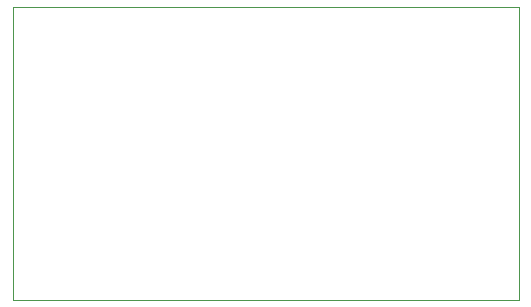
<source format=gko>
G75*
%MOIN*%
%OFA0B0*%
%FSLAX25Y25*%
%IPPOS*%
%LPD*%
%AMOC8*
5,1,8,0,0,1.08239X$1,22.5*
%
%ADD10C,0.00000*%
D10*
X0012200Y0012200D02*
X0012200Y0109661D01*
X0180901Y0109661D01*
X0180901Y0012200D01*
X0012200Y0012200D01*
M02*

</source>
